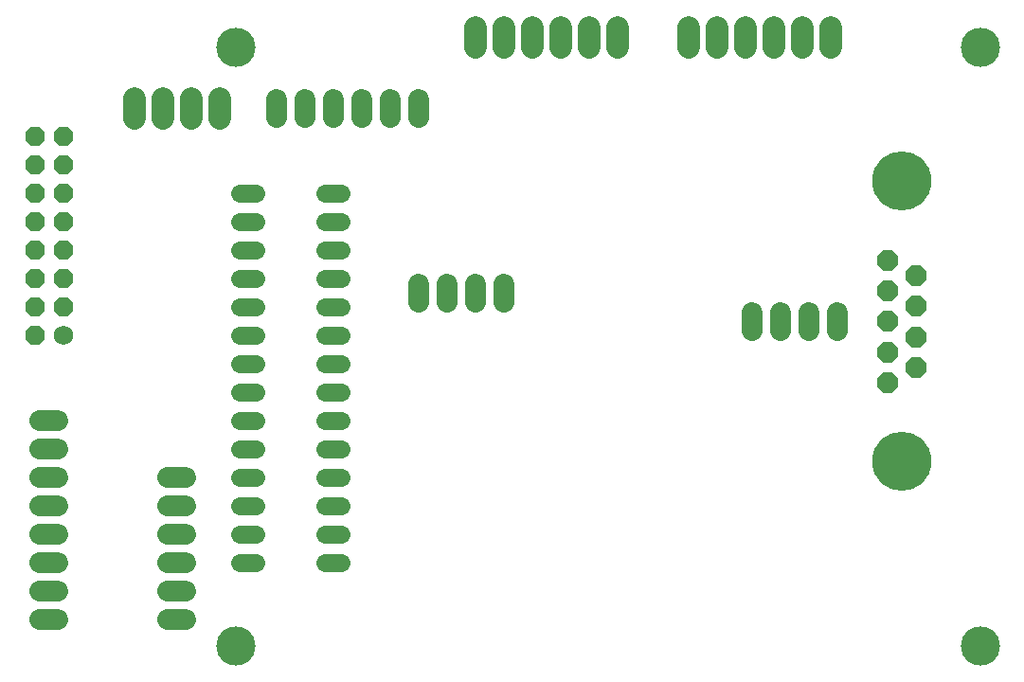
<source format=gbs>
G75*
G70*
%OFA0B0*%
%FSLAX24Y24*%
%IPPOS*%
%LPD*%
%AMOC8*
5,1,8,0,0,1.08239X$1,22.5*
%
%ADD10C,0.0680*%
%ADD11OC8,0.0680*%
%ADD12C,0.0640*%
%ADD13C,0.0720*%
%ADD14C,0.0792*%
%ADD15OC8,0.0720*%
%ADD16C,0.2080*%
%ADD17C,0.1380*%
D10*
X004399Y013585D03*
D11*
X003399Y013585D03*
X003399Y014585D03*
X004399Y014585D03*
X004399Y015585D03*
X003399Y015585D03*
X003399Y016585D03*
X004399Y016585D03*
X004399Y017585D03*
X003399Y017585D03*
X003399Y018585D03*
X004399Y018585D03*
X004399Y019585D03*
X003399Y019585D03*
X003399Y020585D03*
X004399Y020585D03*
D12*
X010619Y018585D02*
X011179Y018585D01*
X011179Y017585D02*
X010619Y017585D01*
X010619Y016585D02*
X011179Y016585D01*
X011179Y015585D02*
X010619Y015585D01*
X010619Y014585D02*
X011179Y014585D01*
X011179Y013585D02*
X010619Y013585D01*
X010619Y012585D02*
X011179Y012585D01*
X011179Y011585D02*
X010619Y011585D01*
X010619Y010585D02*
X011179Y010585D01*
X011179Y009585D02*
X010619Y009585D01*
X010619Y008585D02*
X011179Y008585D01*
X011179Y007585D02*
X010619Y007585D01*
X010619Y006585D02*
X011179Y006585D01*
X011179Y005585D02*
X010619Y005585D01*
X013619Y005585D02*
X014179Y005585D01*
X014179Y006585D02*
X013619Y006585D01*
X013619Y007585D02*
X014179Y007585D01*
X014179Y008585D02*
X013619Y008585D01*
X013619Y009585D02*
X014179Y009585D01*
X014179Y010585D02*
X013619Y010585D01*
X013619Y011585D02*
X014179Y011585D01*
X014179Y012585D02*
X013619Y012585D01*
X013619Y013585D02*
X014179Y013585D01*
X014179Y014585D02*
X013619Y014585D01*
X013619Y015585D02*
X014179Y015585D01*
X014179Y016585D02*
X013619Y016585D01*
X013619Y017585D02*
X014179Y017585D01*
X014179Y018585D02*
X013619Y018585D01*
D13*
X004219Y003585D02*
X003579Y003585D01*
X003579Y004585D02*
X004219Y004585D01*
X004219Y005585D02*
X003579Y005585D01*
X003579Y006585D02*
X004219Y006585D01*
X004219Y007585D02*
X003579Y007585D01*
X003579Y008585D02*
X004219Y008585D01*
X004219Y009585D02*
X003579Y009585D01*
X003579Y010585D02*
X004219Y010585D01*
X008079Y008585D02*
X008719Y008585D01*
X008719Y007585D02*
X008079Y007585D01*
X008079Y006585D02*
X008719Y006585D01*
X008719Y005585D02*
X008079Y005585D01*
X008079Y004585D02*
X008719Y004585D01*
X008719Y003585D02*
X008079Y003585D01*
X016899Y014765D02*
X016899Y015405D01*
X017899Y015405D02*
X017899Y014765D01*
X018899Y014765D02*
X018899Y015405D01*
X019899Y015405D02*
X019899Y014765D01*
X028649Y014405D02*
X028649Y013765D01*
X029649Y013765D02*
X029649Y014405D01*
X030649Y014405D02*
X030649Y013765D01*
X031649Y013765D02*
X031649Y014405D01*
X016899Y021265D02*
X016899Y021905D01*
X015899Y021905D02*
X015899Y021265D01*
X014899Y021265D02*
X014899Y021905D01*
X013899Y021905D02*
X013899Y021265D01*
X012899Y021265D02*
X012899Y021905D01*
X011899Y021905D02*
X011899Y021265D01*
D14*
X009899Y021229D02*
X009899Y021942D01*
X008899Y021942D02*
X008899Y021229D01*
X007899Y021229D02*
X007899Y021942D01*
X006899Y021942D02*
X006899Y021229D01*
X018899Y023729D02*
X018899Y024442D01*
X019899Y024442D02*
X019899Y023729D01*
X020899Y023729D02*
X020899Y024442D01*
X021899Y024442D02*
X021899Y023729D01*
X022899Y023729D02*
X022899Y024442D01*
X023899Y024442D02*
X023899Y023729D01*
X026399Y023729D02*
X026399Y024442D01*
X027399Y024442D02*
X027399Y023729D01*
X028399Y023729D02*
X028399Y024442D01*
X029399Y024442D02*
X029399Y023729D01*
X030399Y023729D02*
X030399Y024442D01*
X031399Y024442D02*
X031399Y023729D01*
D15*
X033399Y016245D03*
X034399Y015705D03*
X033399Y015165D03*
X034399Y014625D03*
X033399Y014085D03*
X034399Y013545D03*
X033399Y013005D03*
X034399Y012465D03*
X033399Y011925D03*
D16*
X033899Y009155D03*
X033899Y019015D03*
D17*
X036663Y023723D03*
X010482Y023723D03*
X010482Y002660D03*
X036663Y002660D03*
M02*

</source>
